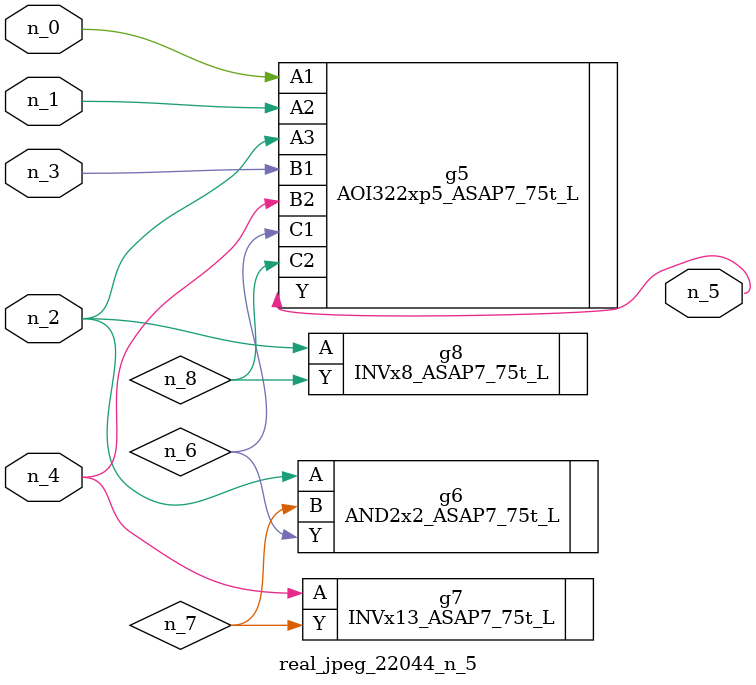
<source format=v>
module real_jpeg_22044_n_5 (n_4, n_0, n_1, n_2, n_3, n_5);

input n_4;
input n_0;
input n_1;
input n_2;
input n_3;

output n_5;

wire n_8;
wire n_6;
wire n_7;

AOI322xp5_ASAP7_75t_L g5 ( 
.A1(n_0),
.A2(n_1),
.A3(n_2),
.B1(n_3),
.B2(n_4),
.C1(n_6),
.C2(n_8),
.Y(n_5)
);

AND2x2_ASAP7_75t_L g6 ( 
.A(n_2),
.B(n_7),
.Y(n_6)
);

INVx8_ASAP7_75t_L g8 ( 
.A(n_2),
.Y(n_8)
);

INVx13_ASAP7_75t_L g7 ( 
.A(n_4),
.Y(n_7)
);


endmodule
</source>
